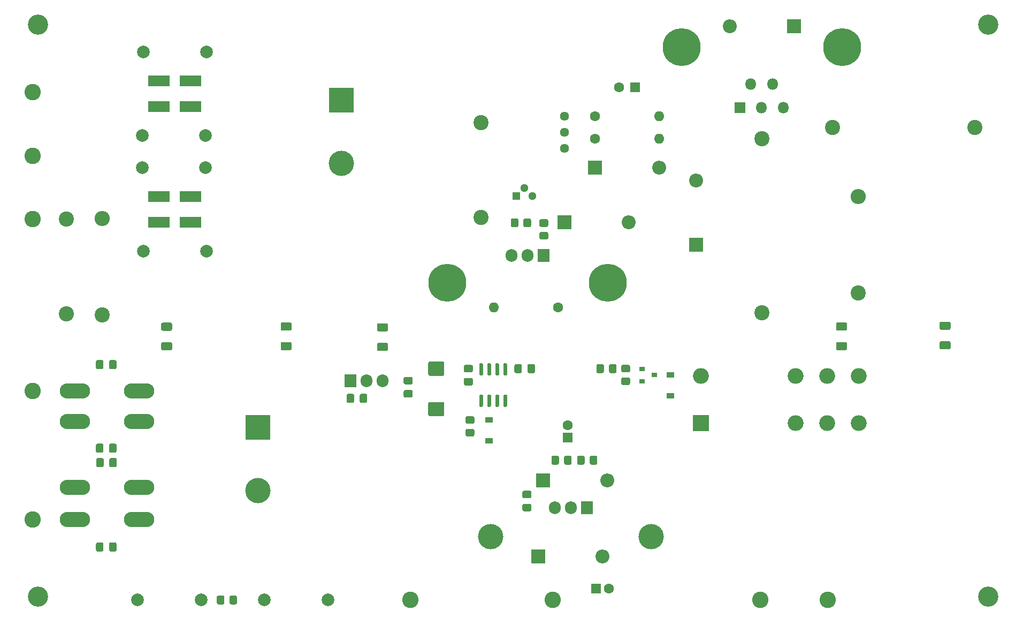
<source format=gbr>
G04 #@! TF.GenerationSoftware,KiCad,Pcbnew,(5.1.9-0-10_14)*
G04 #@! TF.CreationDate,2021-02-13T11:15:32+01:00*
G04 #@! TF.ProjectId,hv-power-supply,68762d70-6f77-4657-922d-737570706c79,rev?*
G04 #@! TF.SameCoordinates,Original*
G04 #@! TF.FileFunction,Soldermask,Top*
G04 #@! TF.FilePolarity,Negative*
%FSLAX46Y46*%
G04 Gerber Fmt 4.6, Leading zero omitted, Abs format (unit mm)*
G04 Created by KiCad (PCBNEW (5.1.9-0-10_14)) date 2021-02-13 11:15:32*
%MOMM*%
%LPD*%
G01*
G04 APERTURE LIST*
%ADD10C,4.000000*%
%ADD11R,4.000000X4.000000*%
%ADD12O,2.400000X2.400000*%
%ADD13C,2.400000*%
%ADD14C,1.600000*%
%ADD15R,1.600000X1.600000*%
%ADD16O,1.905000X2.000000*%
%ADD17R,1.905000X2.000000*%
%ADD18O,4.800600X2.400300*%
%ADD19C,2.600000*%
%ADD20O,1.600000X1.600000*%
%ADD21O,2.200000X2.200000*%
%ADD22R,2.200000X2.200000*%
%ADD23O,1.800000X1.800000*%
%ADD24R,1.800000X1.800000*%
%ADD25C,2.000000*%
%ADD26R,0.900000X0.800000*%
%ADD27R,1.200000X0.900000*%
%ADD28O,2.500000X2.500000*%
%ADD29R,2.500000X2.500000*%
%ADD30C,1.440000*%
%ADD31R,1.300000X1.300000*%
%ADD32C,1.300000*%
%ADD33C,6.000000*%
%ADD34C,3.200000*%
%ADD35R,3.500000X1.800000*%
G04 APERTURE END LIST*
D10*
X102870000Y-79342000D03*
D11*
X102870000Y-69342000D03*
D12*
X65024000Y-88011000D03*
D13*
X65024000Y-103251000D03*
D14*
X145129000Y-146558000D03*
D15*
X143129000Y-146558000D03*
D16*
X109347000Y-113665000D03*
X106807000Y-113665000D03*
D17*
X104267000Y-113665000D03*
D18*
X70866000Y-115316000D03*
X60706000Y-115316000D03*
G36*
G01*
X66087500Y-111600000D02*
X66087500Y-110650000D01*
G75*
G02*
X66337500Y-110400000I250000J0D01*
G01*
X67012500Y-110400000D01*
G75*
G02*
X67262500Y-110650000I0J-250000D01*
G01*
X67262500Y-111600000D01*
G75*
G02*
X67012500Y-111850000I-250000J0D01*
G01*
X66337500Y-111850000D01*
G75*
G02*
X66087500Y-111600000I0J250000D01*
G01*
G37*
G36*
G01*
X64012500Y-111600000D02*
X64012500Y-110650000D01*
G75*
G02*
X64262500Y-110400000I250000J0D01*
G01*
X64937500Y-110400000D01*
G75*
G02*
X65187500Y-110650000I0J-250000D01*
G01*
X65187500Y-111600000D01*
G75*
G02*
X64937500Y-111850000I-250000J0D01*
G01*
X64262500Y-111850000D01*
G75*
G02*
X64012500Y-111600000I0J250000D01*
G01*
G37*
D19*
X53975000Y-135636000D03*
X53975000Y-115316000D03*
X53975000Y-88138000D03*
X53975000Y-78105000D03*
X53975000Y-68072000D03*
D12*
X184658000Y-84582000D03*
D13*
X184658000Y-99822000D03*
D20*
X153162000Y-75438000D03*
D14*
X143002000Y-75438000D03*
D20*
X153162000Y-71882000D03*
D14*
X143002000Y-71882000D03*
D20*
X127000000Y-102108000D03*
D14*
X137160000Y-102108000D03*
D10*
X126492000Y-138303000D03*
X151892000Y-138303000D03*
D21*
X164338000Y-57658000D03*
D22*
X174498000Y-57658000D03*
D21*
X159004000Y-82042000D03*
D22*
X159004000Y-92202000D03*
D18*
X70866000Y-120142000D03*
X60706000Y-120142000D03*
X60706000Y-135636000D03*
X70866000Y-135636000D03*
X60706000Y-130556000D03*
X70866000Y-130556000D03*
D13*
X169418000Y-102938000D03*
X169418000Y-75438000D03*
D14*
X146812000Y-67310000D03*
D15*
X149312000Y-67310000D03*
D13*
X203094000Y-73660000D03*
X180594000Y-73660000D03*
G36*
G01*
X197748999Y-107427000D02*
X198999001Y-107427000D01*
G75*
G02*
X199249000Y-107676999I0J-249999D01*
G01*
X199249000Y-108477001D01*
G75*
G02*
X198999001Y-108727000I-249999J0D01*
G01*
X197748999Y-108727000D01*
G75*
G02*
X197499000Y-108477001I0J249999D01*
G01*
X197499000Y-107676999D01*
G75*
G02*
X197748999Y-107427000I249999J0D01*
G01*
G37*
G36*
G01*
X197748999Y-104327000D02*
X198999001Y-104327000D01*
G75*
G02*
X199249000Y-104576999I0J-249999D01*
G01*
X199249000Y-105377001D01*
G75*
G02*
X198999001Y-105627000I-249999J0D01*
G01*
X197748999Y-105627000D01*
G75*
G02*
X197499000Y-105377001I0J249999D01*
G01*
X197499000Y-104576999D01*
G75*
G02*
X197748999Y-104327000I249999J0D01*
G01*
G37*
G36*
G01*
X93481999Y-107554000D02*
X94732001Y-107554000D01*
G75*
G02*
X94982000Y-107803999I0J-249999D01*
G01*
X94982000Y-108604001D01*
G75*
G02*
X94732001Y-108854000I-249999J0D01*
G01*
X93481999Y-108854000D01*
G75*
G02*
X93232000Y-108604001I0J249999D01*
G01*
X93232000Y-107803999D01*
G75*
G02*
X93481999Y-107554000I249999J0D01*
G01*
G37*
G36*
G01*
X93481999Y-104454000D02*
X94732001Y-104454000D01*
G75*
G02*
X94982000Y-104703999I0J-249999D01*
G01*
X94982000Y-105504001D01*
G75*
G02*
X94732001Y-105754000I-249999J0D01*
G01*
X93481999Y-105754000D01*
G75*
G02*
X93232000Y-105504001I0J249999D01*
G01*
X93232000Y-104703999D01*
G75*
G02*
X93481999Y-104454000I249999J0D01*
G01*
G37*
G36*
G01*
X134423999Y-90141500D02*
X135324001Y-90141500D01*
G75*
G02*
X135574000Y-90391499I0J-249999D01*
G01*
X135574000Y-91091501D01*
G75*
G02*
X135324001Y-91341500I-249999J0D01*
G01*
X134423999Y-91341500D01*
G75*
G02*
X134174000Y-91091501I0J249999D01*
G01*
X134174000Y-90391499D01*
G75*
G02*
X134423999Y-90141500I249999J0D01*
G01*
G37*
G36*
G01*
X134423999Y-88141500D02*
X135324001Y-88141500D01*
G75*
G02*
X135574000Y-88391499I0J-249999D01*
G01*
X135574000Y-89091501D01*
G75*
G02*
X135324001Y-89341500I-249999J0D01*
G01*
X134423999Y-89341500D01*
G75*
G02*
X134174000Y-89091501I0J249999D01*
G01*
X134174000Y-88391499D01*
G75*
G02*
X134423999Y-88141500I249999J0D01*
G01*
G37*
G36*
G01*
X130854500Y-88259499D02*
X130854500Y-89159501D01*
G75*
G02*
X130604501Y-89409500I-249999J0D01*
G01*
X129904499Y-89409500D01*
G75*
G02*
X129654500Y-89159501I0J249999D01*
G01*
X129654500Y-88259499D01*
G75*
G02*
X129904499Y-88009500I249999J0D01*
G01*
X130604501Y-88009500D01*
G75*
G02*
X130854500Y-88259499I0J-249999D01*
G01*
G37*
G36*
G01*
X132854500Y-88259499D02*
X132854500Y-89159501D01*
G75*
G02*
X132604501Y-89409500I-249999J0D01*
G01*
X131904499Y-89409500D01*
G75*
G02*
X131654500Y-89159501I0J249999D01*
G01*
X131654500Y-88259499D01*
G75*
G02*
X131904499Y-88009500I249999J0D01*
G01*
X132604501Y-88009500D01*
G75*
G02*
X132854500Y-88259499I0J-249999D01*
G01*
G37*
D23*
X172740000Y-70502000D03*
X171040000Y-66802000D03*
X169340000Y-70502000D03*
X167640000Y-66802000D03*
D24*
X165940000Y-70502000D03*
G36*
G01*
X122461000Y-113247500D02*
X123411000Y-113247500D01*
G75*
G02*
X123661000Y-113497500I0J-250000D01*
G01*
X123661000Y-114172500D01*
G75*
G02*
X123411000Y-114422500I-250000J0D01*
G01*
X122461000Y-114422500D01*
G75*
G02*
X122211000Y-114172500I0J250000D01*
G01*
X122211000Y-113497500D01*
G75*
G02*
X122461000Y-113247500I250000J0D01*
G01*
G37*
G36*
G01*
X122461000Y-111172500D02*
X123411000Y-111172500D01*
G75*
G02*
X123661000Y-111422500I0J-250000D01*
G01*
X123661000Y-112097500D01*
G75*
G02*
X123411000Y-112347500I-250000J0D01*
G01*
X122461000Y-112347500D01*
G75*
G02*
X122211000Y-112097500I0J250000D01*
G01*
X122211000Y-111422500D01*
G75*
G02*
X122461000Y-111172500I250000J0D01*
G01*
G37*
G36*
G01*
X132297500Y-112235000D02*
X132297500Y-111285000D01*
G75*
G02*
X132547500Y-111035000I250000J0D01*
G01*
X133222500Y-111035000D01*
G75*
G02*
X133472500Y-111285000I0J-250000D01*
G01*
X133472500Y-112235000D01*
G75*
G02*
X133222500Y-112485000I-250000J0D01*
G01*
X132547500Y-112485000D01*
G75*
G02*
X132297500Y-112235000I0J250000D01*
G01*
G37*
G36*
G01*
X130222500Y-112235000D02*
X130222500Y-111285000D01*
G75*
G02*
X130472500Y-111035000I250000J0D01*
G01*
X131147500Y-111035000D01*
G75*
G02*
X131397500Y-111285000I0J-250000D01*
G01*
X131397500Y-112235000D01*
G75*
G02*
X131147500Y-112485000I-250000J0D01*
G01*
X130472500Y-112485000D01*
G75*
G02*
X130222500Y-112235000I0J250000D01*
G01*
G37*
G36*
G01*
X112936000Y-115152500D02*
X113886000Y-115152500D01*
G75*
G02*
X114136000Y-115402500I0J-250000D01*
G01*
X114136000Y-116077500D01*
G75*
G02*
X113886000Y-116327500I-250000J0D01*
G01*
X112936000Y-116327500D01*
G75*
G02*
X112686000Y-116077500I0J250000D01*
G01*
X112686000Y-115402500D01*
G75*
G02*
X112936000Y-115152500I250000J0D01*
G01*
G37*
G36*
G01*
X112936000Y-113077500D02*
X113886000Y-113077500D01*
G75*
G02*
X114136000Y-113327500I0J-250000D01*
G01*
X114136000Y-114002500D01*
G75*
G02*
X113886000Y-114252500I-250000J0D01*
G01*
X112936000Y-114252500D01*
G75*
G02*
X112686000Y-114002500I0J250000D01*
G01*
X112686000Y-113327500D01*
G75*
G02*
X112936000Y-113077500I250000J0D01*
G01*
G37*
G36*
G01*
X105754500Y-116934000D02*
X105754500Y-115984000D01*
G75*
G02*
X106004500Y-115734000I250000J0D01*
G01*
X106679500Y-115734000D01*
G75*
G02*
X106929500Y-115984000I0J-250000D01*
G01*
X106929500Y-116934000D01*
G75*
G02*
X106679500Y-117184000I-250000J0D01*
G01*
X106004500Y-117184000D01*
G75*
G02*
X105754500Y-116934000I0J250000D01*
G01*
G37*
G36*
G01*
X103679500Y-116934000D02*
X103679500Y-115984000D01*
G75*
G02*
X103929500Y-115734000I250000J0D01*
G01*
X104604500Y-115734000D01*
G75*
G02*
X104854500Y-115984000I0J-250000D01*
G01*
X104854500Y-116934000D01*
G75*
G02*
X104604500Y-117184000I-250000J0D01*
G01*
X103929500Y-117184000D01*
G75*
G02*
X103679500Y-116934000I0J250000D01*
G01*
G37*
G36*
G01*
X132682000Y-132243500D02*
X131732000Y-132243500D01*
G75*
G02*
X131482000Y-131993500I0J250000D01*
G01*
X131482000Y-131318500D01*
G75*
G02*
X131732000Y-131068500I250000J0D01*
G01*
X132682000Y-131068500D01*
G75*
G02*
X132932000Y-131318500I0J-250000D01*
G01*
X132932000Y-131993500D01*
G75*
G02*
X132682000Y-132243500I-250000J0D01*
G01*
G37*
G36*
G01*
X132682000Y-134318500D02*
X131732000Y-134318500D01*
G75*
G02*
X131482000Y-134068500I0J250000D01*
G01*
X131482000Y-133393500D01*
G75*
G02*
X131732000Y-133143500I250000J0D01*
G01*
X132682000Y-133143500D01*
G75*
G02*
X132932000Y-133393500I0J-250000D01*
G01*
X132932000Y-134068500D01*
G75*
G02*
X132682000Y-134318500I-250000J0D01*
G01*
G37*
G36*
G01*
X85125000Y-148786001D02*
X85125000Y-147885999D01*
G75*
G02*
X85374999Y-147636000I249999J0D01*
G01*
X86075001Y-147636000D01*
G75*
G02*
X86325000Y-147885999I0J-249999D01*
G01*
X86325000Y-148786001D01*
G75*
G02*
X86075001Y-149036000I-249999J0D01*
G01*
X85374999Y-149036000D01*
G75*
G02*
X85125000Y-148786001I0J249999D01*
G01*
G37*
G36*
G01*
X83125000Y-148786001D02*
X83125000Y-147885999D01*
G75*
G02*
X83374999Y-147636000I249999J0D01*
G01*
X84075001Y-147636000D01*
G75*
G02*
X84325000Y-147885999I0J-249999D01*
G01*
X84325000Y-148786001D01*
G75*
G02*
X84075001Y-149036000I-249999J0D01*
G01*
X83374999Y-149036000D01*
G75*
G02*
X83125000Y-148786001I0J249999D01*
G01*
G37*
D25*
X100711000Y-148336000D03*
X90678000Y-148336000D03*
X70612000Y-148336000D03*
X80645000Y-148336000D03*
G36*
G01*
X125118000Y-112865000D02*
X124818000Y-112865000D01*
G75*
G02*
X124668000Y-112715000I0J150000D01*
G01*
X124668000Y-111065000D01*
G75*
G02*
X124818000Y-110915000I150000J0D01*
G01*
X125118000Y-110915000D01*
G75*
G02*
X125268000Y-111065000I0J-150000D01*
G01*
X125268000Y-112715000D01*
G75*
G02*
X125118000Y-112865000I-150000J0D01*
G01*
G37*
G36*
G01*
X126388000Y-112865000D02*
X126088000Y-112865000D01*
G75*
G02*
X125938000Y-112715000I0J150000D01*
G01*
X125938000Y-111065000D01*
G75*
G02*
X126088000Y-110915000I150000J0D01*
G01*
X126388000Y-110915000D01*
G75*
G02*
X126538000Y-111065000I0J-150000D01*
G01*
X126538000Y-112715000D01*
G75*
G02*
X126388000Y-112865000I-150000J0D01*
G01*
G37*
G36*
G01*
X127658000Y-112865000D02*
X127358000Y-112865000D01*
G75*
G02*
X127208000Y-112715000I0J150000D01*
G01*
X127208000Y-111065000D01*
G75*
G02*
X127358000Y-110915000I150000J0D01*
G01*
X127658000Y-110915000D01*
G75*
G02*
X127808000Y-111065000I0J-150000D01*
G01*
X127808000Y-112715000D01*
G75*
G02*
X127658000Y-112865000I-150000J0D01*
G01*
G37*
G36*
G01*
X128928000Y-112865000D02*
X128628000Y-112865000D01*
G75*
G02*
X128478000Y-112715000I0J150000D01*
G01*
X128478000Y-111065000D01*
G75*
G02*
X128628000Y-110915000I150000J0D01*
G01*
X128928000Y-110915000D01*
G75*
G02*
X129078000Y-111065000I0J-150000D01*
G01*
X129078000Y-112715000D01*
G75*
G02*
X128928000Y-112865000I-150000J0D01*
G01*
G37*
G36*
G01*
X128928000Y-117815000D02*
X128628000Y-117815000D01*
G75*
G02*
X128478000Y-117665000I0J150000D01*
G01*
X128478000Y-116015000D01*
G75*
G02*
X128628000Y-115865000I150000J0D01*
G01*
X128928000Y-115865000D01*
G75*
G02*
X129078000Y-116015000I0J-150000D01*
G01*
X129078000Y-117665000D01*
G75*
G02*
X128928000Y-117815000I-150000J0D01*
G01*
G37*
G36*
G01*
X127658000Y-117815000D02*
X127358000Y-117815000D01*
G75*
G02*
X127208000Y-117665000I0J150000D01*
G01*
X127208000Y-116015000D01*
G75*
G02*
X127358000Y-115865000I150000J0D01*
G01*
X127658000Y-115865000D01*
G75*
G02*
X127808000Y-116015000I0J-150000D01*
G01*
X127808000Y-117665000D01*
G75*
G02*
X127658000Y-117815000I-150000J0D01*
G01*
G37*
G36*
G01*
X126388000Y-117815000D02*
X126088000Y-117815000D01*
G75*
G02*
X125938000Y-117665000I0J150000D01*
G01*
X125938000Y-116015000D01*
G75*
G02*
X126088000Y-115865000I150000J0D01*
G01*
X126388000Y-115865000D01*
G75*
G02*
X126538000Y-116015000I0J-150000D01*
G01*
X126538000Y-117665000D01*
G75*
G02*
X126388000Y-117815000I-150000J0D01*
G01*
G37*
G36*
G01*
X125118000Y-117815000D02*
X124818000Y-117815000D01*
G75*
G02*
X124668000Y-117665000I0J150000D01*
G01*
X124668000Y-116015000D01*
G75*
G02*
X124818000Y-115865000I150000J0D01*
G01*
X125118000Y-115865000D01*
G75*
G02*
X125268000Y-116015000I0J-150000D01*
G01*
X125268000Y-117665000D01*
G75*
G02*
X125118000Y-117815000I-150000J0D01*
G01*
G37*
D16*
X136652000Y-133731000D03*
X139192000Y-133731000D03*
D17*
X141732000Y-133731000D03*
G36*
G01*
X181365999Y-107554000D02*
X182616001Y-107554000D01*
G75*
G02*
X182866000Y-107803999I0J-249999D01*
G01*
X182866000Y-108604001D01*
G75*
G02*
X182616001Y-108854000I-249999J0D01*
G01*
X181365999Y-108854000D01*
G75*
G02*
X181116000Y-108604001I0J249999D01*
G01*
X181116000Y-107803999D01*
G75*
G02*
X181365999Y-107554000I249999J0D01*
G01*
G37*
G36*
G01*
X181365999Y-104454000D02*
X182616001Y-104454000D01*
G75*
G02*
X182866000Y-104703999I0J-249999D01*
G01*
X182866000Y-105504001D01*
G75*
G02*
X182616001Y-105754000I-249999J0D01*
G01*
X181365999Y-105754000D01*
G75*
G02*
X181116000Y-105504001I0J249999D01*
G01*
X181116000Y-104703999D01*
G75*
G02*
X181365999Y-104454000I249999J0D01*
G01*
G37*
G36*
G01*
X108721999Y-107681000D02*
X109972001Y-107681000D01*
G75*
G02*
X110222000Y-107930999I0J-249999D01*
G01*
X110222000Y-108731001D01*
G75*
G02*
X109972001Y-108981000I-249999J0D01*
G01*
X108721999Y-108981000D01*
G75*
G02*
X108472000Y-108731001I0J249999D01*
G01*
X108472000Y-107930999D01*
G75*
G02*
X108721999Y-107681000I249999J0D01*
G01*
G37*
G36*
G01*
X108721999Y-104581000D02*
X109972001Y-104581000D01*
G75*
G02*
X110222000Y-104830999I0J-249999D01*
G01*
X110222000Y-105631001D01*
G75*
G02*
X109972001Y-105881000I-249999J0D01*
G01*
X108721999Y-105881000D01*
G75*
G02*
X108472000Y-105631001I0J249999D01*
G01*
X108472000Y-104830999D01*
G75*
G02*
X108721999Y-104581000I249999J0D01*
G01*
G37*
G36*
G01*
X74558999Y-107580000D02*
X75809001Y-107580000D01*
G75*
G02*
X76059000Y-107829999I0J-249999D01*
G01*
X76059000Y-108630001D01*
G75*
G02*
X75809001Y-108880000I-249999J0D01*
G01*
X74558999Y-108880000D01*
G75*
G02*
X74309000Y-108630001I0J249999D01*
G01*
X74309000Y-107829999D01*
G75*
G02*
X74558999Y-107580000I249999J0D01*
G01*
G37*
G36*
G01*
X74558999Y-104480000D02*
X75809001Y-104480000D01*
G75*
G02*
X76059000Y-104729999I0J-249999D01*
G01*
X76059000Y-105530001D01*
G75*
G02*
X75809001Y-105780000I-249999J0D01*
G01*
X74558999Y-105780000D01*
G75*
G02*
X74309000Y-105530001I0J249999D01*
G01*
X74309000Y-104729999D01*
G75*
G02*
X74558999Y-104480000I249999J0D01*
G01*
G37*
G36*
G01*
X147377999Y-113160000D02*
X148278001Y-113160000D01*
G75*
G02*
X148528000Y-113409999I0J-249999D01*
G01*
X148528000Y-114110001D01*
G75*
G02*
X148278001Y-114360000I-249999J0D01*
G01*
X147377999Y-114360000D01*
G75*
G02*
X147128000Y-114110001I0J249999D01*
G01*
X147128000Y-113409999D01*
G75*
G02*
X147377999Y-113160000I249999J0D01*
G01*
G37*
G36*
G01*
X147377999Y-111160000D02*
X148278001Y-111160000D01*
G75*
G02*
X148528000Y-111409999I0J-249999D01*
G01*
X148528000Y-112110001D01*
G75*
G02*
X148278001Y-112360000I-249999J0D01*
G01*
X147377999Y-112360000D01*
G75*
G02*
X147128000Y-112110001I0J249999D01*
G01*
X147128000Y-111409999D01*
G75*
G02*
X147377999Y-111160000I249999J0D01*
G01*
G37*
G36*
G01*
X144396000Y-111309999D02*
X144396000Y-112210001D01*
G75*
G02*
X144146001Y-112460000I-249999J0D01*
G01*
X143445999Y-112460000D01*
G75*
G02*
X143196000Y-112210001I0J249999D01*
G01*
X143196000Y-111309999D01*
G75*
G02*
X143445999Y-111060000I249999J0D01*
G01*
X144146001Y-111060000D01*
G75*
G02*
X144396000Y-111309999I0J-249999D01*
G01*
G37*
G36*
G01*
X146396000Y-111309999D02*
X146396000Y-112210001D01*
G75*
G02*
X146146001Y-112460000I-249999J0D01*
G01*
X145445999Y-112460000D01*
G75*
G02*
X145196000Y-112210001I0J249999D01*
G01*
X145196000Y-111309999D01*
G75*
G02*
X145445999Y-111060000I249999J0D01*
G01*
X146146001Y-111060000D01*
G75*
G02*
X146396000Y-111309999I0J-249999D01*
G01*
G37*
G36*
G01*
X122739999Y-121288000D02*
X123640001Y-121288000D01*
G75*
G02*
X123890000Y-121537999I0J-249999D01*
G01*
X123890000Y-122238001D01*
G75*
G02*
X123640001Y-122488000I-249999J0D01*
G01*
X122739999Y-122488000D01*
G75*
G02*
X122490000Y-122238001I0J249999D01*
G01*
X122490000Y-121537999D01*
G75*
G02*
X122739999Y-121288000I249999J0D01*
G01*
G37*
G36*
G01*
X122739999Y-119288000D02*
X123640001Y-119288000D01*
G75*
G02*
X123890000Y-119537999I0J-249999D01*
G01*
X123890000Y-120238001D01*
G75*
G02*
X123640001Y-120488000I-249999J0D01*
G01*
X122739999Y-120488000D01*
G75*
G02*
X122490000Y-120238001I0J249999D01*
G01*
X122490000Y-119537999D01*
G75*
G02*
X122739999Y-119288000I249999J0D01*
G01*
G37*
G36*
G01*
X138084000Y-126688001D02*
X138084000Y-125787999D01*
G75*
G02*
X138333999Y-125538000I249999J0D01*
G01*
X139034001Y-125538000D01*
G75*
G02*
X139284000Y-125787999I0J-249999D01*
G01*
X139284000Y-126688001D01*
G75*
G02*
X139034001Y-126938000I-249999J0D01*
G01*
X138333999Y-126938000D01*
G75*
G02*
X138084000Y-126688001I0J249999D01*
G01*
G37*
G36*
G01*
X136084000Y-126688001D02*
X136084000Y-125787999D01*
G75*
G02*
X136333999Y-125538000I249999J0D01*
G01*
X137034001Y-125538000D01*
G75*
G02*
X137284000Y-125787999I0J-249999D01*
G01*
X137284000Y-126688001D01*
G75*
G02*
X137034001Y-126938000I-249999J0D01*
G01*
X136333999Y-126938000D01*
G75*
G02*
X136084000Y-126688001I0J249999D01*
G01*
G37*
G36*
G01*
X142148000Y-126688001D02*
X142148000Y-125787999D01*
G75*
G02*
X142397999Y-125538000I249999J0D01*
G01*
X143098001Y-125538000D01*
G75*
G02*
X143348000Y-125787999I0J-249999D01*
G01*
X143348000Y-126688001D01*
G75*
G02*
X143098001Y-126938000I-249999J0D01*
G01*
X142397999Y-126938000D01*
G75*
G02*
X142148000Y-126688001I0J249999D01*
G01*
G37*
G36*
G01*
X140148000Y-126688001D02*
X140148000Y-125787999D01*
G75*
G02*
X140397999Y-125538000I249999J0D01*
G01*
X141098001Y-125538000D01*
G75*
G02*
X141348000Y-125787999I0J-249999D01*
G01*
X141348000Y-126688001D01*
G75*
G02*
X141098001Y-126938000I-249999J0D01*
G01*
X140397999Y-126938000D01*
G75*
G02*
X140148000Y-126688001I0J249999D01*
G01*
G37*
D26*
X152400000Y-112776000D03*
X150400000Y-113726000D03*
X150400000Y-111826000D03*
D19*
X113792000Y-148336000D03*
X136271000Y-148336000D03*
D27*
X154940000Y-112776000D03*
X154940000Y-116076000D03*
X126238000Y-123188000D03*
X126238000Y-119888000D03*
D21*
X144907000Y-129413000D03*
D22*
X134747000Y-129413000D03*
D21*
X144145000Y-141478000D03*
D22*
X133985000Y-141478000D03*
G36*
G01*
X116830999Y-117035000D02*
X118881001Y-117035000D01*
G75*
G02*
X119131000Y-117284999I0J-249999D01*
G01*
X119131000Y-119035001D01*
G75*
G02*
X118881001Y-119285000I-249999J0D01*
G01*
X116830999Y-119285000D01*
G75*
G02*
X116581000Y-119035001I0J249999D01*
G01*
X116581000Y-117284999D01*
G75*
G02*
X116830999Y-117035000I249999J0D01*
G01*
G37*
G36*
G01*
X116830999Y-110635000D02*
X118881001Y-110635000D01*
G75*
G02*
X119131000Y-110884999I0J-249999D01*
G01*
X119131000Y-112635001D01*
G75*
G02*
X118881001Y-112885000I-249999J0D01*
G01*
X116830999Y-112885000D01*
G75*
G02*
X116581000Y-112635001I0J249999D01*
G01*
X116581000Y-110884999D01*
G75*
G02*
X116830999Y-110635000I249999J0D01*
G01*
G37*
D14*
X138684000Y-120682000D03*
D15*
X138684000Y-122682000D03*
D10*
X89662000Y-131031000D03*
D11*
X89662000Y-121031000D03*
D28*
X159752000Y-112896000D03*
X174752000Y-112896000D03*
X179752000Y-112896000D03*
X184752000Y-112896000D03*
X184752000Y-120396000D03*
X179752000Y-120396000D03*
X174752000Y-120396000D03*
D29*
X159752000Y-120396000D03*
D19*
X169164000Y-148336000D03*
D30*
X138176000Y-76962000D03*
X138176000Y-74422000D03*
X138176000Y-71882000D03*
D16*
X129794000Y-93853000D03*
X132334000Y-93853000D03*
D17*
X134874000Y-93853000D03*
D31*
X130556000Y-84455000D03*
D32*
X133096000Y-84455000D03*
X131826000Y-83185000D03*
D33*
X156718000Y-60960000D03*
X182118000Y-60960000D03*
X145034000Y-98171000D03*
X119634000Y-98171000D03*
D21*
X153162000Y-80010000D03*
D22*
X143002000Y-80010000D03*
D21*
X148336000Y-88646000D03*
D22*
X138176000Y-88646000D03*
D19*
X179832000Y-148336000D03*
D34*
X205232000Y-57404000D03*
X205232000Y-147828000D03*
X54864000Y-147828000D03*
X54864000Y-57404000D03*
D35*
X73994000Y-70358000D03*
X78994000Y-70358000D03*
X73994000Y-66294000D03*
X78994000Y-66294000D03*
X78994000Y-88646000D03*
X73994000Y-88646000D03*
X78994000Y-84582000D03*
X73994000Y-84582000D03*
D13*
X124968000Y-72898000D03*
X124968000Y-87898000D03*
G36*
G01*
X65187500Y-123858000D02*
X65187500Y-124808000D01*
G75*
G02*
X64937500Y-125058000I-250000J0D01*
G01*
X64262500Y-125058000D01*
G75*
G02*
X64012500Y-124808000I0J250000D01*
G01*
X64012500Y-123858000D01*
G75*
G02*
X64262500Y-123608000I250000J0D01*
G01*
X64937500Y-123608000D01*
G75*
G02*
X65187500Y-123858000I0J-250000D01*
G01*
G37*
G36*
G01*
X67262500Y-123858000D02*
X67262500Y-124808000D01*
G75*
G02*
X67012500Y-125058000I-250000J0D01*
G01*
X66337500Y-125058000D01*
G75*
G02*
X66087500Y-124808000I0J250000D01*
G01*
X66087500Y-123858000D01*
G75*
G02*
X66337500Y-123608000I250000J0D01*
G01*
X67012500Y-123608000D01*
G75*
G02*
X67262500Y-123858000I0J-250000D01*
G01*
G37*
D25*
X71374000Y-74930000D03*
X81374000Y-74930000D03*
X81534000Y-61722000D03*
X71534000Y-61722000D03*
G36*
G01*
X65187500Y-139479000D02*
X65187500Y-140429000D01*
G75*
G02*
X64937500Y-140679000I-250000J0D01*
G01*
X64262500Y-140679000D01*
G75*
G02*
X64012500Y-140429000I0J250000D01*
G01*
X64012500Y-139479000D01*
G75*
G02*
X64262500Y-139229000I250000J0D01*
G01*
X64937500Y-139229000D01*
G75*
G02*
X65187500Y-139479000I0J-250000D01*
G01*
G37*
G36*
G01*
X67262500Y-139479000D02*
X67262500Y-140429000D01*
G75*
G02*
X67012500Y-140679000I-250000J0D01*
G01*
X66337500Y-140679000D01*
G75*
G02*
X66087500Y-140429000I0J250000D01*
G01*
X66087500Y-139479000D01*
G75*
G02*
X66337500Y-139229000I250000J0D01*
G01*
X67012500Y-139229000D01*
G75*
G02*
X67262500Y-139479000I0J-250000D01*
G01*
G37*
G36*
G01*
X66130500Y-127094000D02*
X66130500Y-126144000D01*
G75*
G02*
X66380500Y-125894000I250000J0D01*
G01*
X67055500Y-125894000D01*
G75*
G02*
X67305500Y-126144000I0J-250000D01*
G01*
X67305500Y-127094000D01*
G75*
G02*
X67055500Y-127344000I-250000J0D01*
G01*
X66380500Y-127344000D01*
G75*
G02*
X66130500Y-127094000I0J250000D01*
G01*
G37*
G36*
G01*
X64055500Y-127094000D02*
X64055500Y-126144000D01*
G75*
G02*
X64305500Y-125894000I250000J0D01*
G01*
X64980500Y-125894000D01*
G75*
G02*
X65230500Y-126144000I0J-250000D01*
G01*
X65230500Y-127094000D01*
G75*
G02*
X64980500Y-127344000I-250000J0D01*
G01*
X64305500Y-127344000D01*
G75*
G02*
X64055500Y-127094000I0J250000D01*
G01*
G37*
X71501000Y-93218000D03*
X81501000Y-93218000D03*
X81374000Y-80010000D03*
X71374000Y-80010000D03*
D13*
X59309000Y-88124000D03*
X59309000Y-103124000D03*
M02*

</source>
